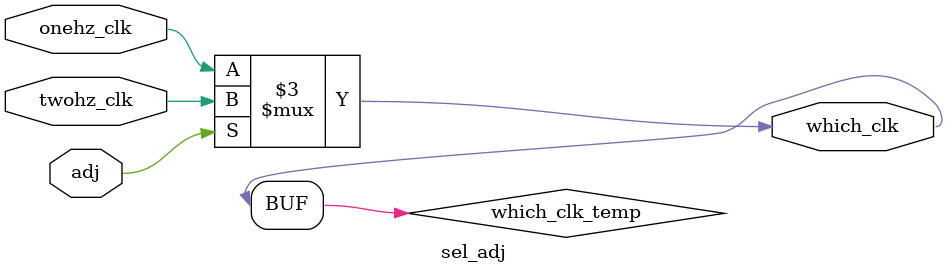
<source format=v>
`timescale 1ns / 1ps
module sel_adj(
	//Input
	adj, onehz_clk, twohz_clk,
	//Ouput
	which_clk
    );

	input adj;
	input onehz_clk;
	input twohz_clk;
	output which_clk;

	reg which_clk_temp;
	
	always @ (*) begin
		// Adjust Mode
		if (adj) begin
			which_clk_temp = twohz_clk;
		end
		// Normal Mode
		else begin
			which_clk_temp = onehz_clk;
		end
	end

	assign which_clk = which_clk_temp;

endmodule
</source>
